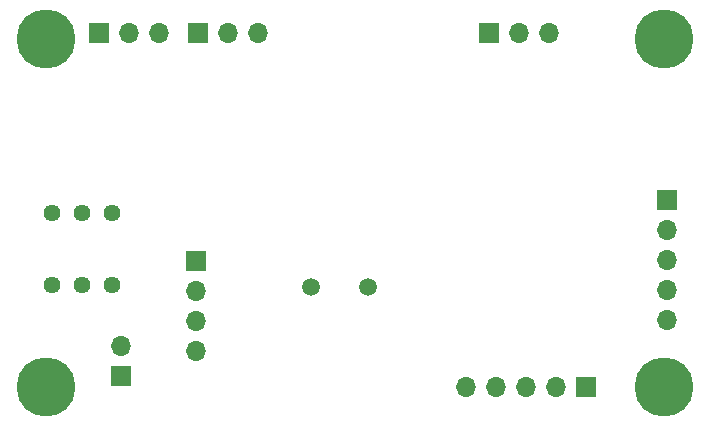
<source format=gbr>
%TF.GenerationSoftware,KiCad,Pcbnew,(5.1.8)-1*%
%TF.CreationDate,2021-01-17T19:24:47+01:00*%
%TF.ProjectId,Cirkel_Kalender,4369726b-656c-45f4-9b61-6c656e646572,rev?*%
%TF.SameCoordinates,Original*%
%TF.FileFunction,Soldermask,Bot*%
%TF.FilePolarity,Negative*%
%FSLAX46Y46*%
G04 Gerber Fmt 4.6, Leading zero omitted, Abs format (unit mm)*
G04 Created by KiCad (PCBNEW (5.1.8)-1) date 2021-01-17 19:24:47*
%MOMM*%
%LPD*%
G01*
G04 APERTURE LIST*
%ADD10O,1.700000X1.700000*%
%ADD11R,1.700000X1.700000*%
%ADD12C,5.000000*%
%ADD13C,2.900000*%
%ADD14C,1.440000*%
%ADD15C,1.500000*%
G04 APERTURE END LIST*
D10*
%TO.C,U1*%
X27305000Y-152908000D03*
X24765000Y-152908000D03*
D11*
X22225000Y-152908000D03*
%TD*%
D10*
%TO.C,U2*%
X35661600Y-152908000D03*
X33121600Y-152908000D03*
D11*
X30581600Y-152908000D03*
%TD*%
D12*
%TO.C,H3*%
X17780000Y-182880000D03*
D13*
X17780000Y-182880000D03*
%TD*%
D12*
%TO.C,H1*%
X17780000Y-153416000D03*
D13*
X17780000Y-153416000D03*
%TD*%
D12*
%TO.C,H4*%
X70104000Y-182880000D03*
D13*
X70104000Y-182880000D03*
%TD*%
D12*
%TO.C,H2*%
X70104000Y-153416000D03*
D13*
X70104000Y-153416000D03*
%TD*%
D11*
%TO.C,J5*%
X63500000Y-182880000D03*
D10*
X60960000Y-182880000D03*
X58420000Y-182880000D03*
X55880000Y-182880000D03*
X53340000Y-182880000D03*
%TD*%
D11*
%TO.C,J4*%
X70300000Y-167000000D03*
D10*
X70300000Y-169540000D03*
X70300000Y-172080000D03*
X70300000Y-174620000D03*
X70300000Y-177160000D03*
%TD*%
D11*
%TO.C,J2*%
X24053800Y-181965600D03*
D10*
X24053800Y-179425600D03*
%TD*%
D14*
%TO.C,RV1*%
X18288000Y-168148000D03*
X20828000Y-168148000D03*
X23368000Y-168148000D03*
%TD*%
%TO.C,RV2*%
X23368000Y-174244000D03*
X20828000Y-174244000D03*
X18288000Y-174244000D03*
%TD*%
D15*
%TO.C,Y1*%
X45028000Y-174404000D03*
X40148000Y-174404000D03*
%TD*%
D11*
%TO.C,J1*%
X30454600Y-172161200D03*
D10*
X30454600Y-174701200D03*
X30454600Y-177241200D03*
X30454600Y-179781200D03*
%TD*%
D11*
%TO.C,J3*%
X55219600Y-152908000D03*
D10*
X57759600Y-152908000D03*
X60299600Y-152908000D03*
%TD*%
M02*

</source>
